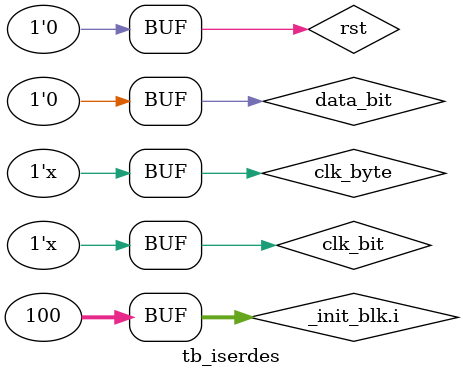
<source format=v>
`timescale 1ns / 1ps


module tb_idelay3();

	reg clk_bit = 1;
	reg clk_byte = 1;
	
	always #5 clk_bit  <= ~clk_bit;   //500MHz
	always #20 clk_byte <= ~clk_byte;  //125MHz

	reg data_bit = 0;
	reg rst = 1;
	
	reg in_data = 0;
	always #40 in_data  <= ~in_data;

	
	wire in_delayed;



	IDELAYE3 #(
	  .CASCADE          ( "NONE"            ),
	  .DELAY_FORMAT     ( "COUNT"           ),
	  .DELAY_SRC        ( "IDATAIN"         ),
	  .DELAY_TYPE       ( "FIXED"           ),
	  .DELAY_VALUE      ( 0                 ),
	  .IS_CLK_INVERTED  ( 0                 ),
	  .IS_RST_INVERTED  ( 0                 ),
	  .LOOPBACK         ( "FALSE"           ),
	  .REFCLK_FREQUENCY ( 500.0             ),
	  .SIM_DEVICE       ( "ULTRASCALE_PLUS" ),
	  .SIM_VERSION      ( 2.0               ),
	  .UPDATE_MODE      ( "ASYNC"           )
	)
	u_IDELAYE3(
	  .CASC_OUT     (  ),
	  .CNTVALUEOUT  (),
	  .DATAOUT      ( in_delayed  ),

	  .CASC_IN      ( 1'b0 ),
	  .CASC_RETURN  ( 1'b0 ),
	  .CE           ( 1'b0 ),
	  .CLK          ( clk_byte    ),
	  .CNTVALUEIN   ( 9'd0 ),
	  .DATAIN       ( 1'b0 ),
	  .EN_VTC       ( 1'b0 ),
	  .IDATAIN      ( in_data     ),
	  .INC          ( 1'b0 ),
	  .LOAD         ( 1'b0 ),
	  .RST          ( rst         )
	);

endmodule


module tb_iserdes();

	reg clk_bit = 0;
	reg clk_byte = 0;
	
	always #5  clk_bit  <= ~clk_bit;   //100MHz
	always #20 clk_byte <= ~clk_byte;  //25MHz

	reg data_bit = 0;
	reg rst = 1;
	
	initial begin : _init_blk
		integer i;
		#10 rst <= 0;
		#15;
		for (i = 0; i < 6; i = i + 1) begin
			//0x5A
			#2 data_bit <= 0;
			#5 data_bit <= 1;
			#5 data_bit <= 0;
			#5 data_bit <= 1;
			#5 data_bit <= 1;
			#5 data_bit <= 0;
			#5 data_bit <= 1;
			#5 data_bit <= 0;
			#3 ;
		end
		for (i = 0; i < 100; i = i + 1) begin
			//0x69
			#2 data_bit <= 1;
			#5 data_bit <= 0;
			#5 data_bit <= 0;
			#5 data_bit <= 1;
			#5 data_bit <= 0;
			#5 data_bit <= 1;
			#5 data_bit <= 1;
			#5 data_bit <= 0;
			#3 ;
		end
	end
	
	wire [7:0] data_byte;


	ISERDESE3 #(
	  .DATA_WIDTH         ( 8                 ),
	  .DDR_CLK_EDGE       ( "OPPOSITE_EDGE"   ),
	  .FIFO_ENABLE        ( "FALSE"           ),
	  .FIFO_SYNC_MODE     ( "FALSE"           ),
	  .IDDR_MODE          ( "FALSE"           ),
	  .IS_CLK_B_INVERTED  ( 0                 ),
	  .IS_CLK_INVERTED    ( 0                 ),
	  .IS_RST_INVERTED    ( 0                 ),
	  .SIM_DEVICE         ( "ULTRASCALE_PLUS" ),
	  .SIM_VERSION        ( 2.0               )
	)
	u_ISERDESE3_data0 (
	  .FIFO_EMPTY         (           ),
	  .INTERNAL_DIVCLK    (           ),
	  .Q                  ( data_byte ),
	  .CLK                ( clk_bit   ),
	  .CLKDIV             ( clk_byte  ),
	  .CLK_B              ( ~clk_bit  ),
	  .D                  ( data_bit  ),
	  .FIFO_RD_CLK        ( 1'b0      ),
	  .FIFO_RD_EN         ( 1'b0      ),
	  .RST                ( rst       )
	);


endmodule

</source>
